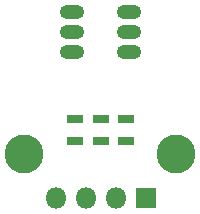
<source format=gts>
%TF.GenerationSoftware,KiCad,Pcbnew,4.0.7*%
%TF.CreationDate,2018-07-15T20:08:15+02:00*%
%TF.ProjectId,RGBModule,5247424D6F64756C652E6B696361645F,rev?*%
%TF.FileFunction,Soldermask,Top*%
%FSLAX46Y46*%
G04 Gerber Fmt 4.6, Leading zero omitted, Abs format (unit mm)*
G04 Created by KiCad (PCBNEW 4.0.7) date 07/15/18 20:08:15*
%MOMM*%
%LPD*%
G01*
G04 APERTURE LIST*
%ADD10C,0.100000*%
%ADD11R,1.800000X1.800000*%
%ADD12O,1.800000X1.800000*%
%ADD13C,3.300000*%
%ADD14O,2.098980X1.199820*%
%ADD15R,1.400000X0.800000*%
G04 APERTURE END LIST*
D10*
D11*
X12827000Y-21793200D03*
D12*
X10287000Y-21793200D03*
X7747000Y-21793200D03*
X5207000Y-21793200D03*
D13*
X15367000Y-18034000D03*
X2540000Y-18034000D03*
D14*
X11414760Y-9446260D03*
X11414760Y-7747000D03*
X11414760Y-6047740D03*
X6619240Y-6047740D03*
X6619240Y-7747000D03*
X6619240Y-9446260D03*
D15*
X11176000Y-16952000D03*
X11176000Y-15052000D03*
X9017000Y-15052000D03*
X9017000Y-16952000D03*
X6858000Y-15052000D03*
X6858000Y-16952000D03*
M02*

</source>
